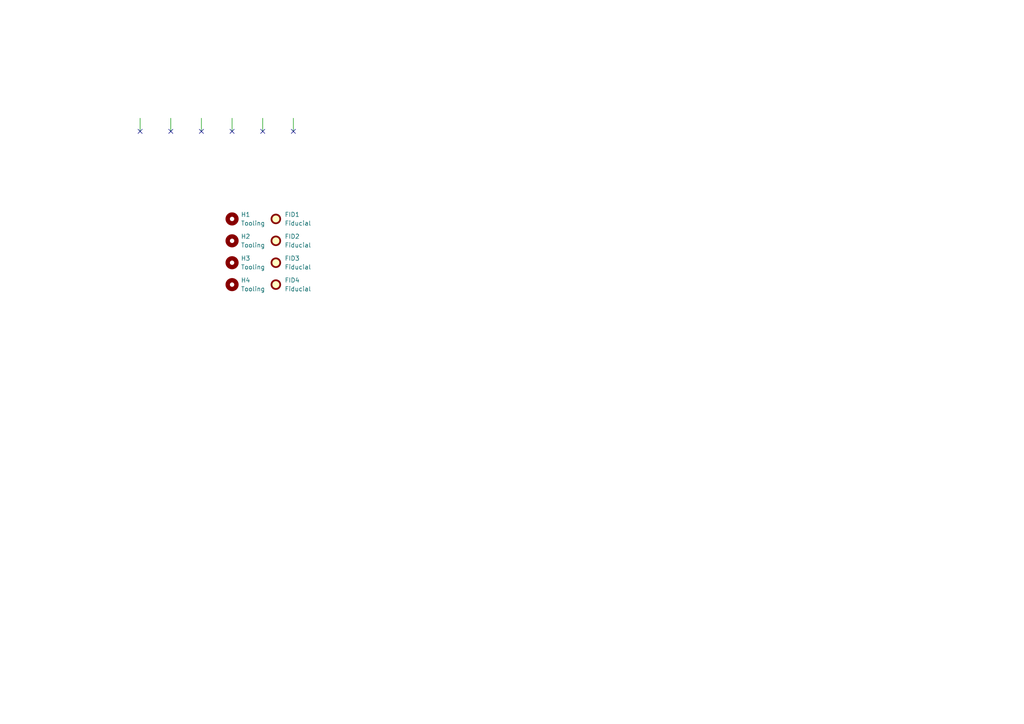
<source format=kicad_sch>
(kicad_sch (version 20231120) (generator "eeschema") (generator_version "8.0")
  (paper "A4")
  (title_block (title "Audio Thing Template") (rev "1.0") (company "velvia-fifty") (comment 1 "https://github.com/velvia-fifty/AudioThings") (comment 2 "You should have changed this already :)") (comment 4 "Stay humble"))
  (lib_symbols
    (symbol "Mechanical:Fiducial" (exclude_from_sim yes) (in_bom no)
      (property "Reference" "FID" (at 0 5.08 0))
      (property "Value" "Fiducial" (at 0 3.175 0))
      (symbol "Fiducial_0_1"
        (circle (center 0 0) (radius 1.27) (stroke (width 0.508)) (fill (type background)))
      )
    )
    (symbol "Mechanical:MountingHole" (pin_names (offset 1.016)) (exclude_from_sim yes) (in_bom no)
      (property "Reference" "H" (at 0 5.08 0))
      (property "Value" "MountingHole" (at 0 3.175 0))
      (symbol "MountingHole_0_1"
        (circle (center 0 0) (radius 1.27) (stroke (width 1.27)))
      )
    )
  )
  (no_connect (at 49.53 38.1))
  (no_connect (at 67.31 38.1))
  (no_connect (at 40.64 38.1))
  (no_connect (at 76.2 38.1))
  (no_connect (at 58.42 38.1))
  (no_connect (at 85.09 38.1))
  (wire (pts (xy 49.53 34.29) (xy 49.53 38.1)))
  (wire (pts (xy 85.09 34.29) (xy 85.09 38.1)))
  (wire (pts (xy 67.31 34.29) (xy 67.31 38.1)))
  (wire (pts (xy 40.64 34.29) (xy 40.64 38.1)))
  (wire (pts (xy 76.2 34.29) (xy 76.2 38.1)))
  (wire (pts (xy 58.42 34.29) (xy 58.42 38.1)))
  (symbol (lib_id "Mechanical:MountingHole") (at 67.31 63.5 0) (unit 1) (exclude_from_sim yes) (in_bom no)
    (property "Reference" "H1" (at 69.85 62.2299 0) (effects (justify left)))
    (property "Value" "Tooling" (at 69.85 64.7699 0) (effects (justify left)))
    (property "Footprint" "MountingHole:MountingHole_2mm" (effects (hide yes)))
    (property "Description" "Mounting Hole without connection" (effects (hide yes)))
  )
  (symbol (lib_id "Mechanical:MountingHole") (at 67.31 82.55 0) (unit 1) (exclude_from_sim yes) (in_bom no)
    (property "Reference" "H4" (at 69.85 81.2799 0) (effects (justify left)))
    (property "Value" "Tooling" (at 69.85 83.8199 0) (effects (justify left)))
    (property "Footprint" "MountingHole:MountingHole_2mm" (effects (hide yes)))
    (property "Description" "Mounting Hole without connection" (effects (hide yes)))
  )
  (symbol (lib_id "Mechanical:MountingHole") (at 67.31 76.2 0) (unit 1) (exclude_from_sim yes) (in_bom no)
    (property "Reference" "H3" (at 69.85 74.9299 0) (effects (justify left)))
    (property "Value" "Tooling" (at 69.85 77.4699 0) (effects (justify left)))
    (property "Footprint" "MountingHole:MountingHole_2mm" (effects (hide yes)))
    (property "Description" "Mounting Hole without connection" (effects (hide yes)))
  )
  (symbol (lib_id "Mechanical:Fiducial") (at 80.01 82.55 90) (unit 1) (exclude_from_sim yes) (in_bom no)
    (property "Reference" "FID4" (at 82.55 81.2799 90) (effects (justify right)))
    (property "Value" "Fiducial" (at 82.55 83.8199 90) (effects (justify right)))
    (property "Footprint" "Fiducial:Fiducial_1mm_Mask2mm" (effects (hide yes)))
    (property "Description" "Fiducial Marker" (effects (hide yes)))
  )
  (symbol (lib_id "Mechanical:Fiducial") (at 80.01 63.5 90) (unit 1) (exclude_from_sim yes) (in_bom no)
    (property "Reference" "FID1" (at 82.55 62.2299 90) (effects (justify right)))
    (property "Value" "Fiducial" (at 82.55 64.7699 90) (effects (justify right)))
    (property "Footprint" "Fiducial:Fiducial_1mm_Mask2mm" (effects (hide yes)))
    (property "Description" "Fiducial Marker" (effects (hide yes)))
  )
  (symbol (lib_id "Mechanical:Fiducial") (at 80.01 76.2 90) (unit 1) (exclude_from_sim yes) (in_bom no)
    (property "Reference" "FID3" (at 82.55 74.9299 90) (effects (justify right)))
    (property "Value" "Fiducial" (at 82.55 77.4699 90) (effects (justify right)))
    (property "Footprint" "Fiducial:Fiducial_1mm_Mask2mm" (effects (hide yes)))
    (property "Description" "Fiducial Marker" (effects (hide yes)))
  )
  (symbol (lib_id "Mechanical:Fiducial") (at 80.01 69.85 90) (unit 1) (exclude_from_sim yes) (in_bom no)
    (property "Reference" "FID2" (at 82.55 68.5799 90) (effects (justify right)))
    (property "Value" "Fiducial" (at 82.55 71.1199 90) (effects (justify right)))
    (property "Footprint" "Fiducial:Fiducial_1mm_Mask2mm" (effects (hide yes)))
    (property "Description" "Fiducial Marker" (effects (hide yes)))
  )
  (symbol (lib_id "Mechanical:MountingHole") (at 67.31 69.85 0) (unit 1) (exclude_from_sim yes) (in_bom no)
    (property "Reference" "H2" (at 69.85 68.5799 0) (effects (justify left)))
    (property "Value" "Tooling" (at 69.85 71.1199 0) (effects (justify left)))
    (property "Footprint" "MountingHole:MountingHole_2mm" (effects (hide yes)))
    (property "Description" "Mounting Hole without connection" (effects (hide yes)))
  )
)
</source>
